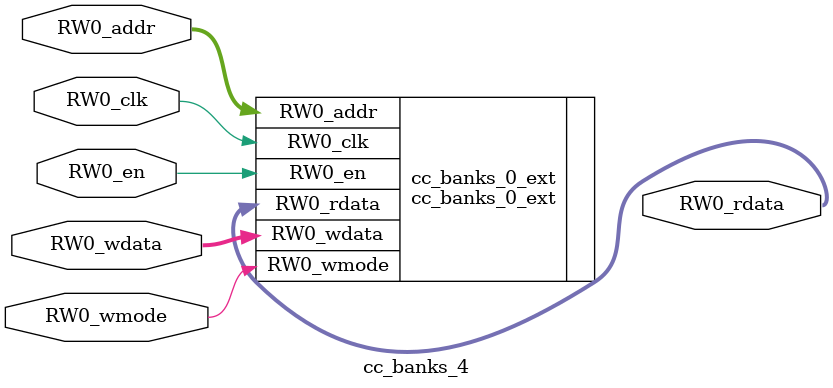
<source format=sv>
`ifndef RANDOMIZE
  `ifdef RANDOMIZE_MEM_INIT
    `define RANDOMIZE
  `endif // RANDOMIZE_MEM_INIT
`endif // not def RANDOMIZE
`ifndef RANDOMIZE
  `ifdef RANDOMIZE_REG_INIT
    `define RANDOMIZE
  `endif // RANDOMIZE_REG_INIT
`endif // not def RANDOMIZE

`ifndef RANDOM
  `define RANDOM $random
`endif // not def RANDOM

// Users can define INIT_RANDOM as general code that gets injected into the
// initializer block for modules with registers.
`ifndef INIT_RANDOM
  `define INIT_RANDOM
`endif // not def INIT_RANDOM

// If using random initialization, you can also define RANDOMIZE_DELAY to
// customize the delay used, otherwise 0.002 is used.
`ifndef RANDOMIZE_DELAY
  `define RANDOMIZE_DELAY 0.002
`endif // not def RANDOMIZE_DELAY

// Define INIT_RANDOM_PROLOG_ for use in our modules below.
`ifndef INIT_RANDOM_PROLOG_
  `ifdef RANDOMIZE
    `ifdef VERILATOR
      `define INIT_RANDOM_PROLOG_ `INIT_RANDOM
    `else  // VERILATOR
      `define INIT_RANDOM_PROLOG_ `INIT_RANDOM #`RANDOMIZE_DELAY begin end
    `endif // VERILATOR
  `else  // RANDOMIZE
    `define INIT_RANDOM_PROLOG_
  `endif // RANDOMIZE
`endif // not def INIT_RANDOM_PROLOG_

// Include register initializers in init blocks unless synthesis is set
`ifndef SYNTHESIS
  `ifndef ENABLE_INITIAL_REG_
    `define ENABLE_INITIAL_REG_
  `endif // not def ENABLE_INITIAL_REG_
`endif // not def SYNTHESIS

// Include rmemory initializers in init blocks unless synthesis is set
`ifndef SYNTHESIS
  `ifndef ENABLE_INITIAL_MEM_
    `define ENABLE_INITIAL_MEM_
  `endif // not def ENABLE_INITIAL_MEM_
`endif // not def SYNTHESIS

// Standard header to adapt well known macros for prints and assertions.

// Users can define 'PRINTF_COND' to add an extra gate to prints.
`ifndef PRINTF_COND_
  `ifdef PRINTF_COND
    `define PRINTF_COND_ (`PRINTF_COND)
  `else  // PRINTF_COND
    `define PRINTF_COND_ 1
  `endif // PRINTF_COND
`endif // not def PRINTF_COND_

// Users can define 'ASSERT_VERBOSE_COND' to add an extra gate to assert error printing.
`ifndef ASSERT_VERBOSE_COND_
  `ifdef ASSERT_VERBOSE_COND
    `define ASSERT_VERBOSE_COND_ (`ASSERT_VERBOSE_COND)
  `else  // ASSERT_VERBOSE_COND
    `define ASSERT_VERBOSE_COND_ 1
  `endif // ASSERT_VERBOSE_COND
`endif // not def ASSERT_VERBOSE_COND_

// Users can define 'STOP_COND' to add an extra gate to stop conditions.
`ifndef STOP_COND_
  `ifdef STOP_COND
    `define STOP_COND_ (`STOP_COND)
  `else  // STOP_COND
    `define STOP_COND_ 1
  `endif // STOP_COND
`endif // not def STOP_COND_

module cc_banks_4(	// @[generators/rocket-chip/src/main/scala/util/DescribedSRAM.scala:17:26]
  input  [12:0] RW0_addr,
  input         RW0_en,
                RW0_clk,
                RW0_wmode,
  input  [63:0] RW0_wdata,
  output [63:0] RW0_rdata
);

  cc_banks_0_ext cc_banks_0_ext (	// @[generators/rocket-chip/src/main/scala/util/DescribedSRAM.scala:17:26]
    .RW0_addr  (RW0_addr),
    .RW0_en    (RW0_en),
    .RW0_clk   (RW0_clk),
    .RW0_wmode (RW0_wmode),
    .RW0_wdata (RW0_wdata),
    .RW0_rdata (RW0_rdata)
  );
endmodule


</source>
